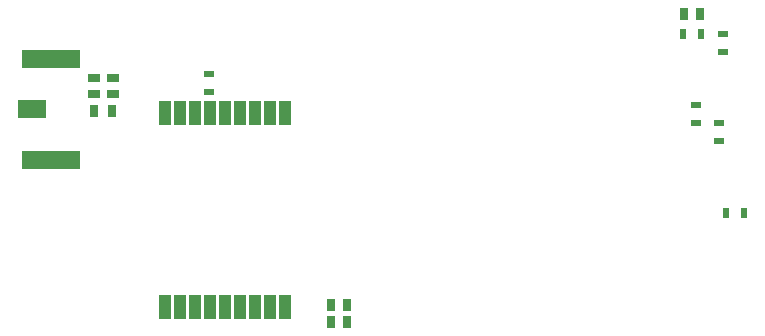
<source format=gtp>
G04*
G04 #@! TF.GenerationSoftware,Altium Limited,Altium Designer,23.0.1 (38)*
G04*
G04 Layer_Color=8421504*
%FSLAX42Y42*%
%MOMM*%
G71*
G04*
G04 #@! TF.SameCoordinates,95CDDE1D-1A7E-4F85-AF55-DDA07DA04742*
G04*
G04*
G04 #@! TF.FilePolarity,Positive*
G04*
G01*
G75*
%ADD13R,0.95X0.60*%
%ADD14R,0.60X0.95*%
%ADD15R,0.80X1.00*%
%ADD16R,1.00X2.00*%
%ADD17R,1.00X0.80*%
%ADD18R,0.74X1.02*%
%ADD19R,4.90X1.60*%
%ADD20R,2.35X1.50*%
D13*
X1675Y2938D02*
D03*
Y3088D02*
D03*
X5988Y2525D02*
D03*
Y2675D02*
D03*
X5800Y2825D02*
D03*
Y2675D02*
D03*
X6025Y3275D02*
D03*
Y3425D02*
D03*
D14*
X5688Y3425D02*
D03*
X5838D02*
D03*
X6050Y1912D02*
D03*
X6200D02*
D03*
D15*
X2842Y988D02*
D03*
X2708D02*
D03*
X2843Y1136D02*
D03*
X2708D02*
D03*
X5695Y3600D02*
D03*
X5830D02*
D03*
D16*
X1423Y1112D02*
D03*
X1296Y2762D02*
D03*
X1423D02*
D03*
X1550D02*
D03*
X1677D02*
D03*
X1804D02*
D03*
X1931D02*
D03*
X2058D02*
D03*
X2185D02*
D03*
X2312D02*
D03*
Y1112D02*
D03*
X2185D02*
D03*
X2058D02*
D03*
X1931D02*
D03*
X1804D02*
D03*
X1677D02*
D03*
X1550D02*
D03*
X1296D02*
D03*
D17*
X862Y3055D02*
D03*
Y2920D02*
D03*
X700Y3055D02*
D03*
Y2920D02*
D03*
D18*
X702Y2775D02*
D03*
X849D02*
D03*
D19*
X333Y3212D02*
D03*
Y2362D02*
D03*
D20*
X175Y2788D02*
D03*
M02*

</source>
